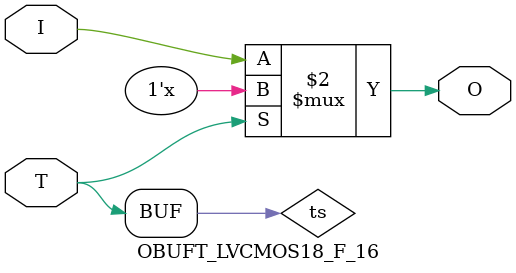
<source format=v>

/*

FUNCTION    : TRI-STATE OUTPUT BUFFER

*/

`celldefine
`timescale  100 ps / 10 ps

module OBUFT_LVCMOS18_F_16 (O, I, T);

    output O;

    input  I, T;

    or O1 (ts, 1'b0, T);
    bufif0 T1 (O, I, ts);

endmodule

</source>
